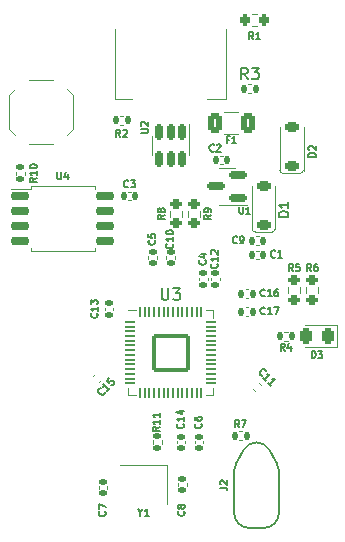
<source format=gto>
G04 #@! TF.GenerationSoftware,KiCad,Pcbnew,(7.0.0)*
G04 #@! TF.CreationDate,2023-03-16T13:51:01-07:00*
G04 #@! TF.ProjectId,OpenRectangle,4f70656e-5265-4637-9461-6e676c652e6b,rev?*
G04 #@! TF.SameCoordinates,Original*
G04 #@! TF.FileFunction,Legend,Top*
G04 #@! TF.FilePolarity,Positive*
%FSLAX46Y46*%
G04 Gerber Fmt 4.6, Leading zero omitted, Abs format (unit mm)*
G04 Created by KiCad (PCBNEW (7.0.0)) date 2023-03-16 13:51:01*
%MOMM*%
%LPD*%
G01*
G04 APERTURE LIST*
G04 Aperture macros list*
%AMRoundRect*
0 Rectangle with rounded corners*
0 $1 Rounding radius*
0 $2 $3 $4 $5 $6 $7 $8 $9 X,Y pos of 4 corners*
0 Add a 4 corners polygon primitive as box body*
4,1,4,$2,$3,$4,$5,$6,$7,$8,$9,$2,$3,0*
0 Add four circle primitives for the rounded corners*
1,1,$1+$1,$2,$3*
1,1,$1+$1,$4,$5*
1,1,$1+$1,$6,$7*
1,1,$1+$1,$8,$9*
0 Add four rect primitives between the rounded corners*
20,1,$1+$1,$2,$3,$4,$5,0*
20,1,$1+$1,$4,$5,$6,$7,0*
20,1,$1+$1,$6,$7,$8,$9,0*
20,1,$1+$1,$8,$9,$2,$3,0*%
G04 Aperture macros list end*
%ADD10C,0.150000*%
%ADD11C,0.120000*%
%ADD12C,0.200000*%
%ADD13C,3.800000*%
%ADD14C,1.750000*%
%ADD15C,3.987800*%
%ADD16R,1.100000X1.800000*%
%ADD17RoundRect,0.140000X0.170000X-0.140000X0.170000X0.140000X-0.170000X0.140000X-0.170000X-0.140000X0*%
%ADD18RoundRect,0.200000X-0.275000X0.200000X-0.275000X-0.200000X0.275000X-0.200000X0.275000X0.200000X0*%
%ADD19RoundRect,0.150000X0.587500X0.150000X-0.587500X0.150000X-0.587500X-0.150000X0.587500X-0.150000X0*%
%ADD20RoundRect,0.140000X0.140000X0.170000X-0.140000X0.170000X-0.140000X-0.170000X0.140000X-0.170000X0*%
%ADD21RoundRect,0.200000X0.275000X-0.200000X0.275000X0.200000X-0.275000X0.200000X-0.275000X-0.200000X0*%
%ADD22RoundRect,0.135000X-0.135000X-0.185000X0.135000X-0.185000X0.135000X0.185000X-0.135000X0.185000X0*%
%ADD23RoundRect,0.140000X-0.219203X-0.021213X-0.021213X-0.219203X0.219203X0.021213X0.021213X0.219203X0*%
%ADD24RoundRect,0.135000X0.135000X0.185000X-0.135000X0.185000X-0.135000X-0.185000X0.135000X-0.185000X0*%
%ADD25R,1.400000X1.200000*%
%ADD26RoundRect,0.140000X-0.021213X0.219203X-0.219203X0.021213X0.021213X-0.219203X0.219203X-0.021213X0*%
%ADD27RoundRect,0.250000X-0.375000X-0.625000X0.375000X-0.625000X0.375000X0.625000X-0.375000X0.625000X0*%
%ADD28RoundRect,0.225000X0.375000X-0.225000X0.375000X0.225000X-0.375000X0.225000X-0.375000X-0.225000X0*%
%ADD29RoundRect,0.200000X0.200000X0.275000X-0.200000X0.275000X-0.200000X-0.275000X0.200000X-0.275000X0*%
%ADD30RoundRect,0.140000X-0.140000X-0.170000X0.140000X-0.170000X0.140000X0.170000X-0.140000X0.170000X0*%
%ADD31RoundRect,0.243750X0.243750X0.456250X-0.243750X0.456250X-0.243750X-0.456250X0.243750X-0.456250X0*%
%ADD32RoundRect,0.135000X0.185000X-0.135000X0.185000X0.135000X-0.185000X0.135000X-0.185000X-0.135000X0*%
%ADD33RoundRect,0.140000X-0.170000X0.140000X-0.170000X-0.140000X0.170000X-0.140000X0.170000X0.140000X0*%
%ADD34RoundRect,0.135000X-0.185000X0.135000X-0.185000X-0.135000X0.185000X-0.135000X0.185000X0.135000X0*%
%ADD35C,0.990600*%
%ADD36C,0.787400*%
%ADD37RoundRect,0.050000X-0.387500X-0.050000X0.387500X-0.050000X0.387500X0.050000X-0.387500X0.050000X0*%
%ADD38RoundRect,0.050000X-0.050000X-0.387500X0.050000X-0.387500X0.050000X0.387500X-0.050000X0.387500X0*%
%ADD39RoundRect,0.144000X-1.456000X-1.456000X1.456000X-1.456000X1.456000X1.456000X-1.456000X1.456000X0*%
%ADD40RoundRect,0.150000X-0.150000X0.512500X-0.150000X-0.512500X0.150000X-0.512500X0.150000X0.512500X0*%
%ADD41C,0.650000*%
%ADD42R,0.300000X0.900000*%
%ADD43R,0.300000X0.700000*%
%ADD44O,0.800000X1.400000*%
%ADD45RoundRect,0.150000X-0.650000X-0.150000X0.650000X-0.150000X0.650000X0.150000X-0.650000X0.150000X0*%
%ADD46C,3.300000*%
G04 APERTURE END LIST*
D10*
X192348035Y-51581732D02*
X192376607Y-51610304D01*
X192376607Y-51610304D02*
X192405178Y-51696018D01*
X192405178Y-51696018D02*
X192405178Y-51753161D01*
X192405178Y-51753161D02*
X192376607Y-51838875D01*
X192376607Y-51838875D02*
X192319464Y-51896018D01*
X192319464Y-51896018D02*
X192262321Y-51924589D01*
X192262321Y-51924589D02*
X192148035Y-51953161D01*
X192148035Y-51953161D02*
X192062321Y-51953161D01*
X192062321Y-51953161D02*
X191948035Y-51924589D01*
X191948035Y-51924589D02*
X191890892Y-51896018D01*
X191890892Y-51896018D02*
X191833750Y-51838875D01*
X191833750Y-51838875D02*
X191805178Y-51753161D01*
X191805178Y-51753161D02*
X191805178Y-51696018D01*
X191805178Y-51696018D02*
X191833750Y-51610304D01*
X191833750Y-51610304D02*
X191862321Y-51581732D01*
X192405178Y-51010304D02*
X192405178Y-51353161D01*
X192405178Y-51181732D02*
X191805178Y-51181732D01*
X191805178Y-51181732D02*
X191890892Y-51238875D01*
X191890892Y-51238875D02*
X191948035Y-51296018D01*
X191948035Y-51296018D02*
X191976607Y-51353161D01*
X191805178Y-50810303D02*
X191805178Y-50438875D01*
X191805178Y-50438875D02*
X192033750Y-50638875D01*
X192033750Y-50638875D02*
X192033750Y-50553160D01*
X192033750Y-50553160D02*
X192062321Y-50496018D01*
X192062321Y-50496018D02*
X192090892Y-50467446D01*
X192090892Y-50467446D02*
X192148035Y-50438875D01*
X192148035Y-50438875D02*
X192290892Y-50438875D01*
X192290892Y-50438875D02*
X192348035Y-50467446D01*
X192348035Y-50467446D02*
X192376607Y-50496018D01*
X192376607Y-50496018D02*
X192405178Y-50553160D01*
X192405178Y-50553160D02*
X192405178Y-50724589D01*
X192405178Y-50724589D02*
X192376607Y-50781732D01*
X192376607Y-50781732D02*
X192348035Y-50810303D01*
X208940000Y-48000428D02*
X208740000Y-47714714D01*
X208597143Y-48000428D02*
X208597143Y-47400428D01*
X208597143Y-47400428D02*
X208825714Y-47400428D01*
X208825714Y-47400428D02*
X208882857Y-47429000D01*
X208882857Y-47429000D02*
X208911428Y-47457571D01*
X208911428Y-47457571D02*
X208940000Y-47514714D01*
X208940000Y-47514714D02*
X208940000Y-47600428D01*
X208940000Y-47600428D02*
X208911428Y-47657571D01*
X208911428Y-47657571D02*
X208882857Y-47686142D01*
X208882857Y-47686142D02*
X208825714Y-47714714D01*
X208825714Y-47714714D02*
X208597143Y-47714714D01*
X209482857Y-47400428D02*
X209197143Y-47400428D01*
X209197143Y-47400428D02*
X209168571Y-47686142D01*
X209168571Y-47686142D02*
X209197143Y-47657571D01*
X209197143Y-47657571D02*
X209254286Y-47629000D01*
X209254286Y-47629000D02*
X209397143Y-47629000D01*
X209397143Y-47629000D02*
X209454286Y-47657571D01*
X209454286Y-47657571D02*
X209482857Y-47686142D01*
X209482857Y-47686142D02*
X209511428Y-47743285D01*
X209511428Y-47743285D02*
X209511428Y-47886142D01*
X209511428Y-47886142D02*
X209482857Y-47943285D01*
X209482857Y-47943285D02*
X209454286Y-47971857D01*
X209454286Y-47971857D02*
X209397143Y-48000428D01*
X209397143Y-48000428D02*
X209254286Y-48000428D01*
X209254286Y-48000428D02*
X209197143Y-47971857D01*
X209197143Y-47971857D02*
X209168571Y-47943285D01*
X204395357Y-42540428D02*
X204395357Y-43026142D01*
X204395357Y-43026142D02*
X204423928Y-43083285D01*
X204423928Y-43083285D02*
X204452500Y-43111857D01*
X204452500Y-43111857D02*
X204509642Y-43140428D01*
X204509642Y-43140428D02*
X204623928Y-43140428D01*
X204623928Y-43140428D02*
X204681071Y-43111857D01*
X204681071Y-43111857D02*
X204709642Y-43083285D01*
X204709642Y-43083285D02*
X204738214Y-43026142D01*
X204738214Y-43026142D02*
X204738214Y-42540428D01*
X205338213Y-43140428D02*
X204995356Y-43140428D01*
X205166785Y-43140428D02*
X205166785Y-42540428D01*
X205166785Y-42540428D02*
X205109642Y-42626142D01*
X205109642Y-42626142D02*
X205052499Y-42683285D01*
X205052499Y-42683285D02*
X204995356Y-42711857D01*
X202240000Y-37813285D02*
X202211428Y-37841857D01*
X202211428Y-37841857D02*
X202125714Y-37870428D01*
X202125714Y-37870428D02*
X202068571Y-37870428D01*
X202068571Y-37870428D02*
X201982857Y-37841857D01*
X201982857Y-37841857D02*
X201925714Y-37784714D01*
X201925714Y-37784714D02*
X201897143Y-37727571D01*
X201897143Y-37727571D02*
X201868571Y-37613285D01*
X201868571Y-37613285D02*
X201868571Y-37527571D01*
X201868571Y-37527571D02*
X201897143Y-37413285D01*
X201897143Y-37413285D02*
X201925714Y-37356142D01*
X201925714Y-37356142D02*
X201982857Y-37299000D01*
X201982857Y-37299000D02*
X202068571Y-37270428D01*
X202068571Y-37270428D02*
X202125714Y-37270428D01*
X202125714Y-37270428D02*
X202211428Y-37299000D01*
X202211428Y-37299000D02*
X202240000Y-37327571D01*
X202468571Y-37327571D02*
X202497143Y-37299000D01*
X202497143Y-37299000D02*
X202554286Y-37270428D01*
X202554286Y-37270428D02*
X202697143Y-37270428D01*
X202697143Y-37270428D02*
X202754286Y-37299000D01*
X202754286Y-37299000D02*
X202782857Y-37327571D01*
X202782857Y-37327571D02*
X202811428Y-37384714D01*
X202811428Y-37384714D02*
X202811428Y-37441857D01*
X202811428Y-37441857D02*
X202782857Y-37527571D01*
X202782857Y-37527571D02*
X202440000Y-37870428D01*
X202440000Y-37870428D02*
X202811428Y-37870428D01*
X210480000Y-48000428D02*
X210280000Y-47714714D01*
X210137143Y-48000428D02*
X210137143Y-47400428D01*
X210137143Y-47400428D02*
X210365714Y-47400428D01*
X210365714Y-47400428D02*
X210422857Y-47429000D01*
X210422857Y-47429000D02*
X210451428Y-47457571D01*
X210451428Y-47457571D02*
X210480000Y-47514714D01*
X210480000Y-47514714D02*
X210480000Y-47600428D01*
X210480000Y-47600428D02*
X210451428Y-47657571D01*
X210451428Y-47657571D02*
X210422857Y-47686142D01*
X210422857Y-47686142D02*
X210365714Y-47714714D01*
X210365714Y-47714714D02*
X210137143Y-47714714D01*
X210994286Y-47400428D02*
X210880000Y-47400428D01*
X210880000Y-47400428D02*
X210822857Y-47429000D01*
X210822857Y-47429000D02*
X210794286Y-47457571D01*
X210794286Y-47457571D02*
X210737143Y-47543285D01*
X210737143Y-47543285D02*
X210708571Y-47657571D01*
X210708571Y-47657571D02*
X210708571Y-47886142D01*
X210708571Y-47886142D02*
X210737143Y-47943285D01*
X210737143Y-47943285D02*
X210765714Y-47971857D01*
X210765714Y-47971857D02*
X210822857Y-48000428D01*
X210822857Y-48000428D02*
X210937143Y-48000428D01*
X210937143Y-48000428D02*
X210994286Y-47971857D01*
X210994286Y-47971857D02*
X211022857Y-47943285D01*
X211022857Y-47943285D02*
X211051428Y-47886142D01*
X211051428Y-47886142D02*
X211051428Y-47743285D01*
X211051428Y-47743285D02*
X211022857Y-47686142D01*
X211022857Y-47686142D02*
X210994286Y-47657571D01*
X210994286Y-47657571D02*
X210937143Y-47629000D01*
X210937143Y-47629000D02*
X210822857Y-47629000D01*
X210822857Y-47629000D02*
X210765714Y-47657571D01*
X210765714Y-47657571D02*
X210737143Y-47686142D01*
X210737143Y-47686142D02*
X210708571Y-47743285D01*
X208230000Y-54730428D02*
X208030000Y-54444714D01*
X207887143Y-54730428D02*
X207887143Y-54130428D01*
X207887143Y-54130428D02*
X208115714Y-54130428D01*
X208115714Y-54130428D02*
X208172857Y-54159000D01*
X208172857Y-54159000D02*
X208201428Y-54187571D01*
X208201428Y-54187571D02*
X208230000Y-54244714D01*
X208230000Y-54244714D02*
X208230000Y-54330428D01*
X208230000Y-54330428D02*
X208201428Y-54387571D01*
X208201428Y-54387571D02*
X208172857Y-54416142D01*
X208172857Y-54416142D02*
X208115714Y-54444714D01*
X208115714Y-54444714D02*
X207887143Y-54444714D01*
X208744286Y-54330428D02*
X208744286Y-54730428D01*
X208601428Y-54101857D02*
X208458571Y-54530428D01*
X208458571Y-54530428D02*
X208830000Y-54530428D01*
X206318042Y-56838367D02*
X206277635Y-56838367D01*
X206277635Y-56838367D02*
X206196823Y-56797961D01*
X206196823Y-56797961D02*
X206156417Y-56757555D01*
X206156417Y-56757555D02*
X206116011Y-56676743D01*
X206116011Y-56676743D02*
X206116011Y-56595931D01*
X206116011Y-56595931D02*
X206136214Y-56535322D01*
X206136214Y-56535322D02*
X206196823Y-56434306D01*
X206196823Y-56434306D02*
X206257432Y-56373697D01*
X206257432Y-56373697D02*
X206358448Y-56313088D01*
X206358448Y-56313088D02*
X206419057Y-56292885D01*
X206419057Y-56292885D02*
X206499869Y-56292885D01*
X206499869Y-56292885D02*
X206580681Y-56333291D01*
X206580681Y-56333291D02*
X206621087Y-56373697D01*
X206621087Y-56373697D02*
X206661493Y-56454509D01*
X206661493Y-56454509D02*
X206661493Y-56494916D01*
X206681696Y-57282835D02*
X206439260Y-57040398D01*
X206560478Y-57161616D02*
X206984742Y-56737352D01*
X206984742Y-56737352D02*
X206883727Y-56757555D01*
X206883727Y-56757555D02*
X206802915Y-56757555D01*
X206802915Y-56757555D02*
X206742306Y-56737352D01*
X207085758Y-57686896D02*
X206843321Y-57444459D01*
X206964540Y-57565678D02*
X207388804Y-57141414D01*
X207388804Y-57141414D02*
X207287788Y-57161617D01*
X207287788Y-57161617D02*
X207206976Y-57161617D01*
X207206976Y-57161617D02*
X207146367Y-57141414D01*
X194330000Y-36620428D02*
X194130000Y-36334714D01*
X193987143Y-36620428D02*
X193987143Y-36020428D01*
X193987143Y-36020428D02*
X194215714Y-36020428D01*
X194215714Y-36020428D02*
X194272857Y-36049000D01*
X194272857Y-36049000D02*
X194301428Y-36077571D01*
X194301428Y-36077571D02*
X194330000Y-36134714D01*
X194330000Y-36134714D02*
X194330000Y-36220428D01*
X194330000Y-36220428D02*
X194301428Y-36277571D01*
X194301428Y-36277571D02*
X194272857Y-36306142D01*
X194272857Y-36306142D02*
X194215714Y-36334714D01*
X194215714Y-36334714D02*
X193987143Y-36334714D01*
X194558571Y-36077571D02*
X194587143Y-36049000D01*
X194587143Y-36049000D02*
X194644286Y-36020428D01*
X194644286Y-36020428D02*
X194787143Y-36020428D01*
X194787143Y-36020428D02*
X194844286Y-36049000D01*
X194844286Y-36049000D02*
X194872857Y-36077571D01*
X194872857Y-36077571D02*
X194901428Y-36134714D01*
X194901428Y-36134714D02*
X194901428Y-36191857D01*
X194901428Y-36191857D02*
X194872857Y-36277571D01*
X194872857Y-36277571D02*
X194530000Y-36620428D01*
X194530000Y-36620428D02*
X194901428Y-36620428D01*
X196008285Y-68423964D02*
X196008285Y-68709678D01*
X195808285Y-68109678D02*
X196008285Y-68423964D01*
X196008285Y-68423964D02*
X196208285Y-68109678D01*
X196722571Y-68709678D02*
X196379714Y-68709678D01*
X196551143Y-68709678D02*
X196551143Y-68109678D01*
X196551143Y-68109678D02*
X196494000Y-68195392D01*
X196494000Y-68195392D02*
X196436857Y-68252535D01*
X196436857Y-68252535D02*
X196379714Y-68281107D01*
X192991712Y-58246463D02*
X192991712Y-58286870D01*
X192991712Y-58286870D02*
X192951306Y-58367682D01*
X192951306Y-58367682D02*
X192910900Y-58408088D01*
X192910900Y-58408088D02*
X192830088Y-58448494D01*
X192830088Y-58448494D02*
X192749276Y-58448494D01*
X192749276Y-58448494D02*
X192688667Y-58428291D01*
X192688667Y-58428291D02*
X192587651Y-58367682D01*
X192587651Y-58367682D02*
X192527042Y-58307073D01*
X192527042Y-58307073D02*
X192466433Y-58206057D01*
X192466433Y-58206057D02*
X192446230Y-58145448D01*
X192446230Y-58145448D02*
X192446230Y-58064636D01*
X192446230Y-58064636D02*
X192486636Y-57983824D01*
X192486636Y-57983824D02*
X192527042Y-57943418D01*
X192527042Y-57943418D02*
X192607854Y-57903012D01*
X192607854Y-57903012D02*
X192648261Y-57903012D01*
X193436180Y-57882809D02*
X193193743Y-58125245D01*
X193314961Y-58004027D02*
X192890697Y-57579763D01*
X192890697Y-57579763D02*
X192910900Y-57680778D01*
X192910900Y-57680778D02*
X192910900Y-57761590D01*
X192910900Y-57761590D02*
X192890697Y-57822199D01*
X193395774Y-57074686D02*
X193193743Y-57276717D01*
X193193743Y-57276717D02*
X193375571Y-57498950D01*
X193375571Y-57498950D02*
X193375571Y-57458544D01*
X193375571Y-57458544D02*
X193395774Y-57397935D01*
X193395774Y-57397935D02*
X193496789Y-57296920D01*
X193496789Y-57296920D02*
X193557398Y-57276717D01*
X193557398Y-57276717D02*
X193597804Y-57276717D01*
X193597804Y-57276717D02*
X193658413Y-57296920D01*
X193658413Y-57296920D02*
X193759429Y-57397935D01*
X193759429Y-57397935D02*
X193779632Y-57458544D01*
X193779632Y-57458544D02*
X193779632Y-57498950D01*
X193779632Y-57498950D02*
X193759429Y-57559559D01*
X193759429Y-57559559D02*
X193658413Y-57660575D01*
X193658413Y-57660575D02*
X193597804Y-57680778D01*
X193597804Y-57680778D02*
X193557398Y-57680778D01*
X199723285Y-68339999D02*
X199751857Y-68368571D01*
X199751857Y-68368571D02*
X199780428Y-68454285D01*
X199780428Y-68454285D02*
X199780428Y-68511428D01*
X199780428Y-68511428D02*
X199751857Y-68597142D01*
X199751857Y-68597142D02*
X199694714Y-68654285D01*
X199694714Y-68654285D02*
X199637571Y-68682856D01*
X199637571Y-68682856D02*
X199523285Y-68711428D01*
X199523285Y-68711428D02*
X199437571Y-68711428D01*
X199437571Y-68711428D02*
X199323285Y-68682856D01*
X199323285Y-68682856D02*
X199266142Y-68654285D01*
X199266142Y-68654285D02*
X199209000Y-68597142D01*
X199209000Y-68597142D02*
X199180428Y-68511428D01*
X199180428Y-68511428D02*
X199180428Y-68454285D01*
X199180428Y-68454285D02*
X199209000Y-68368571D01*
X199209000Y-68368571D02*
X199237571Y-68339999D01*
X199437571Y-67997142D02*
X199409000Y-68054285D01*
X199409000Y-68054285D02*
X199380428Y-68082856D01*
X199380428Y-68082856D02*
X199323285Y-68111428D01*
X199323285Y-68111428D02*
X199294714Y-68111428D01*
X199294714Y-68111428D02*
X199237571Y-68082856D01*
X199237571Y-68082856D02*
X199209000Y-68054285D01*
X199209000Y-68054285D02*
X199180428Y-67997142D01*
X199180428Y-67997142D02*
X199180428Y-67882856D01*
X199180428Y-67882856D02*
X199209000Y-67825714D01*
X199209000Y-67825714D02*
X199237571Y-67797142D01*
X199237571Y-67797142D02*
X199294714Y-67768571D01*
X199294714Y-67768571D02*
X199323285Y-67768571D01*
X199323285Y-67768571D02*
X199380428Y-67797142D01*
X199380428Y-67797142D02*
X199409000Y-67825714D01*
X199409000Y-67825714D02*
X199437571Y-67882856D01*
X199437571Y-67882856D02*
X199437571Y-67997142D01*
X199437571Y-67997142D02*
X199466142Y-68054285D01*
X199466142Y-68054285D02*
X199494714Y-68082856D01*
X199494714Y-68082856D02*
X199551857Y-68111428D01*
X199551857Y-68111428D02*
X199666142Y-68111428D01*
X199666142Y-68111428D02*
X199723285Y-68082856D01*
X199723285Y-68082856D02*
X199751857Y-68054285D01*
X199751857Y-68054285D02*
X199780428Y-67997142D01*
X199780428Y-67997142D02*
X199780428Y-67882856D01*
X199780428Y-67882856D02*
X199751857Y-67825714D01*
X199751857Y-67825714D02*
X199723285Y-67797142D01*
X199723285Y-67797142D02*
X199666142Y-67768571D01*
X199666142Y-67768571D02*
X199551857Y-67768571D01*
X199551857Y-67768571D02*
X199494714Y-67797142D01*
X199494714Y-67797142D02*
X199466142Y-67825714D01*
X199466142Y-67825714D02*
X199437571Y-67882856D01*
X203510000Y-36876142D02*
X203310000Y-36876142D01*
X203310000Y-37190428D02*
X203310000Y-36590428D01*
X203310000Y-36590428D02*
X203595714Y-36590428D01*
X204138571Y-37190428D02*
X203795714Y-37190428D01*
X203967143Y-37190428D02*
X203967143Y-36590428D01*
X203967143Y-36590428D02*
X203910000Y-36676142D01*
X203910000Y-36676142D02*
X203852857Y-36733285D01*
X203852857Y-36733285D02*
X203795714Y-36761857D01*
X210850428Y-38322856D02*
X210250428Y-38322856D01*
X210250428Y-38322856D02*
X210250428Y-38179999D01*
X210250428Y-38179999D02*
X210279000Y-38094285D01*
X210279000Y-38094285D02*
X210336142Y-38037142D01*
X210336142Y-38037142D02*
X210393285Y-38008571D01*
X210393285Y-38008571D02*
X210507571Y-37979999D01*
X210507571Y-37979999D02*
X210593285Y-37979999D01*
X210593285Y-37979999D02*
X210707571Y-38008571D01*
X210707571Y-38008571D02*
X210764714Y-38037142D01*
X210764714Y-38037142D02*
X210821857Y-38094285D01*
X210821857Y-38094285D02*
X210850428Y-38179999D01*
X210850428Y-38179999D02*
X210850428Y-38322856D01*
X210307571Y-37751428D02*
X210279000Y-37722856D01*
X210279000Y-37722856D02*
X210250428Y-37665714D01*
X210250428Y-37665714D02*
X210250428Y-37522856D01*
X210250428Y-37522856D02*
X210279000Y-37465714D01*
X210279000Y-37465714D02*
X210307571Y-37437142D01*
X210307571Y-37437142D02*
X210364714Y-37408571D01*
X210364714Y-37408571D02*
X210421857Y-37408571D01*
X210421857Y-37408571D02*
X210507571Y-37437142D01*
X210507571Y-37437142D02*
X210850428Y-37779999D01*
X210850428Y-37779999D02*
X210850428Y-37408571D01*
X205595000Y-28370428D02*
X205395000Y-28084714D01*
X205252143Y-28370428D02*
X205252143Y-27770428D01*
X205252143Y-27770428D02*
X205480714Y-27770428D01*
X205480714Y-27770428D02*
X205537857Y-27799000D01*
X205537857Y-27799000D02*
X205566428Y-27827571D01*
X205566428Y-27827571D02*
X205595000Y-27884714D01*
X205595000Y-27884714D02*
X205595000Y-27970428D01*
X205595000Y-27970428D02*
X205566428Y-28027571D01*
X205566428Y-28027571D02*
X205537857Y-28056142D01*
X205537857Y-28056142D02*
X205480714Y-28084714D01*
X205480714Y-28084714D02*
X205252143Y-28084714D01*
X206166428Y-28370428D02*
X205823571Y-28370428D01*
X205995000Y-28370428D02*
X205995000Y-27770428D01*
X205995000Y-27770428D02*
X205937857Y-27856142D01*
X205937857Y-27856142D02*
X205880714Y-27913285D01*
X205880714Y-27913285D02*
X205823571Y-27941857D01*
X204190000Y-45588285D02*
X204161428Y-45616857D01*
X204161428Y-45616857D02*
X204075714Y-45645428D01*
X204075714Y-45645428D02*
X204018571Y-45645428D01*
X204018571Y-45645428D02*
X203932857Y-45616857D01*
X203932857Y-45616857D02*
X203875714Y-45559714D01*
X203875714Y-45559714D02*
X203847143Y-45502571D01*
X203847143Y-45502571D02*
X203818571Y-45388285D01*
X203818571Y-45388285D02*
X203818571Y-45302571D01*
X203818571Y-45302571D02*
X203847143Y-45188285D01*
X203847143Y-45188285D02*
X203875714Y-45131142D01*
X203875714Y-45131142D02*
X203932857Y-45074000D01*
X203932857Y-45074000D02*
X204018571Y-45045428D01*
X204018571Y-45045428D02*
X204075714Y-45045428D01*
X204075714Y-45045428D02*
X204161428Y-45074000D01*
X204161428Y-45074000D02*
X204190000Y-45102571D01*
X204475714Y-45645428D02*
X204590000Y-45645428D01*
X204590000Y-45645428D02*
X204647143Y-45616857D01*
X204647143Y-45616857D02*
X204675714Y-45588285D01*
X204675714Y-45588285D02*
X204732857Y-45502571D01*
X204732857Y-45502571D02*
X204761428Y-45388285D01*
X204761428Y-45388285D02*
X204761428Y-45159714D01*
X204761428Y-45159714D02*
X204732857Y-45102571D01*
X204732857Y-45102571D02*
X204704286Y-45074000D01*
X204704286Y-45074000D02*
X204647143Y-45045428D01*
X204647143Y-45045428D02*
X204532857Y-45045428D01*
X204532857Y-45045428D02*
X204475714Y-45074000D01*
X204475714Y-45074000D02*
X204447143Y-45102571D01*
X204447143Y-45102571D02*
X204418571Y-45159714D01*
X204418571Y-45159714D02*
X204418571Y-45302571D01*
X204418571Y-45302571D02*
X204447143Y-45359714D01*
X204447143Y-45359714D02*
X204475714Y-45388285D01*
X204475714Y-45388285D02*
X204532857Y-45416857D01*
X204532857Y-45416857D02*
X204647143Y-45416857D01*
X204647143Y-45416857D02*
X204704286Y-45388285D01*
X204704286Y-45388285D02*
X204732857Y-45359714D01*
X204732857Y-45359714D02*
X204761428Y-45302571D01*
X207430000Y-46788285D02*
X207401428Y-46816857D01*
X207401428Y-46816857D02*
X207315714Y-46845428D01*
X207315714Y-46845428D02*
X207258571Y-46845428D01*
X207258571Y-46845428D02*
X207172857Y-46816857D01*
X207172857Y-46816857D02*
X207115714Y-46759714D01*
X207115714Y-46759714D02*
X207087143Y-46702571D01*
X207087143Y-46702571D02*
X207058571Y-46588285D01*
X207058571Y-46588285D02*
X207058571Y-46502571D01*
X207058571Y-46502571D02*
X207087143Y-46388285D01*
X207087143Y-46388285D02*
X207115714Y-46331142D01*
X207115714Y-46331142D02*
X207172857Y-46274000D01*
X207172857Y-46274000D02*
X207258571Y-46245428D01*
X207258571Y-46245428D02*
X207315714Y-46245428D01*
X207315714Y-46245428D02*
X207401428Y-46274000D01*
X207401428Y-46274000D02*
X207430000Y-46302571D01*
X208001428Y-46845428D02*
X207658571Y-46845428D01*
X207830000Y-46845428D02*
X207830000Y-46245428D01*
X207830000Y-46245428D02*
X207772857Y-46331142D01*
X207772857Y-46331142D02*
X207715714Y-46388285D01*
X207715714Y-46388285D02*
X207658571Y-46416857D01*
X210514643Y-55370428D02*
X210514643Y-54770428D01*
X210514643Y-54770428D02*
X210657500Y-54770428D01*
X210657500Y-54770428D02*
X210743214Y-54799000D01*
X210743214Y-54799000D02*
X210800357Y-54856142D01*
X210800357Y-54856142D02*
X210828928Y-54913285D01*
X210828928Y-54913285D02*
X210857500Y-55027571D01*
X210857500Y-55027571D02*
X210857500Y-55113285D01*
X210857500Y-55113285D02*
X210828928Y-55227571D01*
X210828928Y-55227571D02*
X210800357Y-55284714D01*
X210800357Y-55284714D02*
X210743214Y-55341857D01*
X210743214Y-55341857D02*
X210657500Y-55370428D01*
X210657500Y-55370428D02*
X210514643Y-55370428D01*
X211057500Y-54770428D02*
X211428928Y-54770428D01*
X211428928Y-54770428D02*
X211228928Y-54999000D01*
X211228928Y-54999000D02*
X211314643Y-54999000D01*
X211314643Y-54999000D02*
X211371786Y-55027571D01*
X211371786Y-55027571D02*
X211400357Y-55056142D01*
X211400357Y-55056142D02*
X211428928Y-55113285D01*
X211428928Y-55113285D02*
X211428928Y-55256142D01*
X211428928Y-55256142D02*
X211400357Y-55313285D01*
X211400357Y-55313285D02*
X211371786Y-55341857D01*
X211371786Y-55341857D02*
X211314643Y-55370428D01*
X211314643Y-55370428D02*
X211143214Y-55370428D01*
X211143214Y-55370428D02*
X211086071Y-55341857D01*
X211086071Y-55341857D02*
X211057500Y-55313285D01*
X201513285Y-47079999D02*
X201541857Y-47108571D01*
X201541857Y-47108571D02*
X201570428Y-47194285D01*
X201570428Y-47194285D02*
X201570428Y-47251428D01*
X201570428Y-47251428D02*
X201541857Y-47337142D01*
X201541857Y-47337142D02*
X201484714Y-47394285D01*
X201484714Y-47394285D02*
X201427571Y-47422856D01*
X201427571Y-47422856D02*
X201313285Y-47451428D01*
X201313285Y-47451428D02*
X201227571Y-47451428D01*
X201227571Y-47451428D02*
X201113285Y-47422856D01*
X201113285Y-47422856D02*
X201056142Y-47394285D01*
X201056142Y-47394285D02*
X200999000Y-47337142D01*
X200999000Y-47337142D02*
X200970428Y-47251428D01*
X200970428Y-47251428D02*
X200970428Y-47194285D01*
X200970428Y-47194285D02*
X200999000Y-47108571D01*
X200999000Y-47108571D02*
X201027571Y-47079999D01*
X201170428Y-46565714D02*
X201570428Y-46565714D01*
X200941857Y-46708571D02*
X201370428Y-46851428D01*
X201370428Y-46851428D02*
X201370428Y-46479999D01*
X197660428Y-61185714D02*
X197374714Y-61385714D01*
X197660428Y-61528571D02*
X197060428Y-61528571D01*
X197060428Y-61528571D02*
X197060428Y-61300000D01*
X197060428Y-61300000D02*
X197089000Y-61242857D01*
X197089000Y-61242857D02*
X197117571Y-61214286D01*
X197117571Y-61214286D02*
X197174714Y-61185714D01*
X197174714Y-61185714D02*
X197260428Y-61185714D01*
X197260428Y-61185714D02*
X197317571Y-61214286D01*
X197317571Y-61214286D02*
X197346142Y-61242857D01*
X197346142Y-61242857D02*
X197374714Y-61300000D01*
X197374714Y-61300000D02*
X197374714Y-61528571D01*
X197660428Y-60614286D02*
X197660428Y-60957143D01*
X197660428Y-60785714D02*
X197060428Y-60785714D01*
X197060428Y-60785714D02*
X197146142Y-60842857D01*
X197146142Y-60842857D02*
X197203285Y-60900000D01*
X197203285Y-60900000D02*
X197231857Y-60957143D01*
X197660428Y-60042857D02*
X197660428Y-60385714D01*
X197660428Y-60214285D02*
X197060428Y-60214285D01*
X197060428Y-60214285D02*
X197146142Y-60271428D01*
X197146142Y-60271428D02*
X197203285Y-60328571D01*
X197203285Y-60328571D02*
X197231857Y-60385714D01*
X201143285Y-60899999D02*
X201171857Y-60928571D01*
X201171857Y-60928571D02*
X201200428Y-61014285D01*
X201200428Y-61014285D02*
X201200428Y-61071428D01*
X201200428Y-61071428D02*
X201171857Y-61157142D01*
X201171857Y-61157142D02*
X201114714Y-61214285D01*
X201114714Y-61214285D02*
X201057571Y-61242856D01*
X201057571Y-61242856D02*
X200943285Y-61271428D01*
X200943285Y-61271428D02*
X200857571Y-61271428D01*
X200857571Y-61271428D02*
X200743285Y-61242856D01*
X200743285Y-61242856D02*
X200686142Y-61214285D01*
X200686142Y-61214285D02*
X200629000Y-61157142D01*
X200629000Y-61157142D02*
X200600428Y-61071428D01*
X200600428Y-61071428D02*
X200600428Y-61014285D01*
X200600428Y-61014285D02*
X200629000Y-60928571D01*
X200629000Y-60928571D02*
X200657571Y-60899999D01*
X200600428Y-60385714D02*
X200600428Y-60499999D01*
X200600428Y-60499999D02*
X200629000Y-60557142D01*
X200629000Y-60557142D02*
X200657571Y-60585714D01*
X200657571Y-60585714D02*
X200743285Y-60642856D01*
X200743285Y-60642856D02*
X200857571Y-60671428D01*
X200857571Y-60671428D02*
X201086142Y-60671428D01*
X201086142Y-60671428D02*
X201143285Y-60642856D01*
X201143285Y-60642856D02*
X201171857Y-60614285D01*
X201171857Y-60614285D02*
X201200428Y-60557142D01*
X201200428Y-60557142D02*
X201200428Y-60442856D01*
X201200428Y-60442856D02*
X201171857Y-60385714D01*
X201171857Y-60385714D02*
X201143285Y-60357142D01*
X201143285Y-60357142D02*
X201086142Y-60328571D01*
X201086142Y-60328571D02*
X200943285Y-60328571D01*
X200943285Y-60328571D02*
X200886142Y-60357142D01*
X200886142Y-60357142D02*
X200857571Y-60385714D01*
X200857571Y-60385714D02*
X200829000Y-60442856D01*
X200829000Y-60442856D02*
X200829000Y-60557142D01*
X200829000Y-60557142D02*
X200857571Y-60614285D01*
X200857571Y-60614285D02*
X200886142Y-60642856D01*
X200886142Y-60642856D02*
X200943285Y-60671428D01*
X206554285Y-50083285D02*
X206525713Y-50111857D01*
X206525713Y-50111857D02*
X206439999Y-50140428D01*
X206439999Y-50140428D02*
X206382856Y-50140428D01*
X206382856Y-50140428D02*
X206297142Y-50111857D01*
X206297142Y-50111857D02*
X206239999Y-50054714D01*
X206239999Y-50054714D02*
X206211428Y-49997571D01*
X206211428Y-49997571D02*
X206182856Y-49883285D01*
X206182856Y-49883285D02*
X206182856Y-49797571D01*
X206182856Y-49797571D02*
X206211428Y-49683285D01*
X206211428Y-49683285D02*
X206239999Y-49626142D01*
X206239999Y-49626142D02*
X206297142Y-49569000D01*
X206297142Y-49569000D02*
X206382856Y-49540428D01*
X206382856Y-49540428D02*
X206439999Y-49540428D01*
X206439999Y-49540428D02*
X206525713Y-49569000D01*
X206525713Y-49569000D02*
X206554285Y-49597571D01*
X207125713Y-50140428D02*
X206782856Y-50140428D01*
X206954285Y-50140428D02*
X206954285Y-49540428D01*
X206954285Y-49540428D02*
X206897142Y-49626142D01*
X206897142Y-49626142D02*
X206839999Y-49683285D01*
X206839999Y-49683285D02*
X206782856Y-49711857D01*
X207640000Y-49540428D02*
X207525714Y-49540428D01*
X207525714Y-49540428D02*
X207468571Y-49569000D01*
X207468571Y-49569000D02*
X207440000Y-49597571D01*
X207440000Y-49597571D02*
X207382857Y-49683285D01*
X207382857Y-49683285D02*
X207354285Y-49797571D01*
X207354285Y-49797571D02*
X207354285Y-50026142D01*
X207354285Y-50026142D02*
X207382857Y-50083285D01*
X207382857Y-50083285D02*
X207411428Y-50111857D01*
X207411428Y-50111857D02*
X207468571Y-50140428D01*
X207468571Y-50140428D02*
X207582857Y-50140428D01*
X207582857Y-50140428D02*
X207640000Y-50111857D01*
X207640000Y-50111857D02*
X207668571Y-50083285D01*
X207668571Y-50083285D02*
X207697142Y-50026142D01*
X207697142Y-50026142D02*
X207697142Y-49883285D01*
X207697142Y-49883285D02*
X207668571Y-49826142D01*
X207668571Y-49826142D02*
X207640000Y-49797571D01*
X207640000Y-49797571D02*
X207582857Y-49769000D01*
X207582857Y-49769000D02*
X207468571Y-49769000D01*
X207468571Y-49769000D02*
X207411428Y-49797571D01*
X207411428Y-49797571D02*
X207382857Y-49826142D01*
X207382857Y-49826142D02*
X207354285Y-49883285D01*
X202513285Y-47365714D02*
X202541857Y-47394286D01*
X202541857Y-47394286D02*
X202570428Y-47480000D01*
X202570428Y-47480000D02*
X202570428Y-47537143D01*
X202570428Y-47537143D02*
X202541857Y-47622857D01*
X202541857Y-47622857D02*
X202484714Y-47680000D01*
X202484714Y-47680000D02*
X202427571Y-47708571D01*
X202427571Y-47708571D02*
X202313285Y-47737143D01*
X202313285Y-47737143D02*
X202227571Y-47737143D01*
X202227571Y-47737143D02*
X202113285Y-47708571D01*
X202113285Y-47708571D02*
X202056142Y-47680000D01*
X202056142Y-47680000D02*
X201999000Y-47622857D01*
X201999000Y-47622857D02*
X201970428Y-47537143D01*
X201970428Y-47537143D02*
X201970428Y-47480000D01*
X201970428Y-47480000D02*
X201999000Y-47394286D01*
X201999000Y-47394286D02*
X202027571Y-47365714D01*
X202570428Y-46794286D02*
X202570428Y-47137143D01*
X202570428Y-46965714D02*
X201970428Y-46965714D01*
X201970428Y-46965714D02*
X202056142Y-47022857D01*
X202056142Y-47022857D02*
X202113285Y-47080000D01*
X202113285Y-47080000D02*
X202141857Y-47137143D01*
X202027571Y-46565714D02*
X201999000Y-46537142D01*
X201999000Y-46537142D02*
X201970428Y-46480000D01*
X201970428Y-46480000D02*
X201970428Y-46337142D01*
X201970428Y-46337142D02*
X201999000Y-46280000D01*
X201999000Y-46280000D02*
X202027571Y-46251428D01*
X202027571Y-46251428D02*
X202084714Y-46222857D01*
X202084714Y-46222857D02*
X202141857Y-46222857D01*
X202141857Y-46222857D02*
X202227571Y-46251428D01*
X202227571Y-46251428D02*
X202570428Y-46594285D01*
X202570428Y-46594285D02*
X202570428Y-46222857D01*
X195000000Y-40843285D02*
X194971428Y-40871857D01*
X194971428Y-40871857D02*
X194885714Y-40900428D01*
X194885714Y-40900428D02*
X194828571Y-40900428D01*
X194828571Y-40900428D02*
X194742857Y-40871857D01*
X194742857Y-40871857D02*
X194685714Y-40814714D01*
X194685714Y-40814714D02*
X194657143Y-40757571D01*
X194657143Y-40757571D02*
X194628571Y-40643285D01*
X194628571Y-40643285D02*
X194628571Y-40557571D01*
X194628571Y-40557571D02*
X194657143Y-40443285D01*
X194657143Y-40443285D02*
X194685714Y-40386142D01*
X194685714Y-40386142D02*
X194742857Y-40329000D01*
X194742857Y-40329000D02*
X194828571Y-40300428D01*
X194828571Y-40300428D02*
X194885714Y-40300428D01*
X194885714Y-40300428D02*
X194971428Y-40329000D01*
X194971428Y-40329000D02*
X195000000Y-40357571D01*
X195200000Y-40300428D02*
X195571428Y-40300428D01*
X195571428Y-40300428D02*
X195371428Y-40529000D01*
X195371428Y-40529000D02*
X195457143Y-40529000D01*
X195457143Y-40529000D02*
X195514286Y-40557571D01*
X195514286Y-40557571D02*
X195542857Y-40586142D01*
X195542857Y-40586142D02*
X195571428Y-40643285D01*
X195571428Y-40643285D02*
X195571428Y-40786142D01*
X195571428Y-40786142D02*
X195542857Y-40843285D01*
X195542857Y-40843285D02*
X195514286Y-40871857D01*
X195514286Y-40871857D02*
X195457143Y-40900428D01*
X195457143Y-40900428D02*
X195285714Y-40900428D01*
X195285714Y-40900428D02*
X195228571Y-40871857D01*
X195228571Y-40871857D02*
X195200000Y-40843285D01*
X193033285Y-68349999D02*
X193061857Y-68378571D01*
X193061857Y-68378571D02*
X193090428Y-68464285D01*
X193090428Y-68464285D02*
X193090428Y-68521428D01*
X193090428Y-68521428D02*
X193061857Y-68607142D01*
X193061857Y-68607142D02*
X193004714Y-68664285D01*
X193004714Y-68664285D02*
X192947571Y-68692856D01*
X192947571Y-68692856D02*
X192833285Y-68721428D01*
X192833285Y-68721428D02*
X192747571Y-68721428D01*
X192747571Y-68721428D02*
X192633285Y-68692856D01*
X192633285Y-68692856D02*
X192576142Y-68664285D01*
X192576142Y-68664285D02*
X192519000Y-68607142D01*
X192519000Y-68607142D02*
X192490428Y-68521428D01*
X192490428Y-68521428D02*
X192490428Y-68464285D01*
X192490428Y-68464285D02*
X192519000Y-68378571D01*
X192519000Y-68378571D02*
X192547571Y-68349999D01*
X192490428Y-68149999D02*
X192490428Y-67749999D01*
X192490428Y-67749999D02*
X193090428Y-68007142D01*
X201990428Y-43239999D02*
X201704714Y-43439999D01*
X201990428Y-43582856D02*
X201390428Y-43582856D01*
X201390428Y-43582856D02*
X201390428Y-43354285D01*
X201390428Y-43354285D02*
X201419000Y-43297142D01*
X201419000Y-43297142D02*
X201447571Y-43268571D01*
X201447571Y-43268571D02*
X201504714Y-43239999D01*
X201504714Y-43239999D02*
X201590428Y-43239999D01*
X201590428Y-43239999D02*
X201647571Y-43268571D01*
X201647571Y-43268571D02*
X201676142Y-43297142D01*
X201676142Y-43297142D02*
X201704714Y-43354285D01*
X201704714Y-43354285D02*
X201704714Y-43582856D01*
X201990428Y-42954285D02*
X201990428Y-42839999D01*
X201990428Y-42839999D02*
X201961857Y-42782856D01*
X201961857Y-42782856D02*
X201933285Y-42754285D01*
X201933285Y-42754285D02*
X201847571Y-42697142D01*
X201847571Y-42697142D02*
X201733285Y-42668571D01*
X201733285Y-42668571D02*
X201504714Y-42668571D01*
X201504714Y-42668571D02*
X201447571Y-42697142D01*
X201447571Y-42697142D02*
X201419000Y-42725714D01*
X201419000Y-42725714D02*
X201390428Y-42782856D01*
X201390428Y-42782856D02*
X201390428Y-42897142D01*
X201390428Y-42897142D02*
X201419000Y-42954285D01*
X201419000Y-42954285D02*
X201447571Y-42982856D01*
X201447571Y-42982856D02*
X201504714Y-43011428D01*
X201504714Y-43011428D02*
X201647571Y-43011428D01*
X201647571Y-43011428D02*
X201704714Y-42982856D01*
X201704714Y-42982856D02*
X201733285Y-42954285D01*
X201733285Y-42954285D02*
X201761857Y-42897142D01*
X201761857Y-42897142D02*
X201761857Y-42782856D01*
X201761857Y-42782856D02*
X201733285Y-42725714D01*
X201733285Y-42725714D02*
X201704714Y-42697142D01*
X201704714Y-42697142D02*
X201647571Y-42668571D01*
X187240428Y-40105714D02*
X186954714Y-40305714D01*
X187240428Y-40448571D02*
X186640428Y-40448571D01*
X186640428Y-40448571D02*
X186640428Y-40220000D01*
X186640428Y-40220000D02*
X186669000Y-40162857D01*
X186669000Y-40162857D02*
X186697571Y-40134286D01*
X186697571Y-40134286D02*
X186754714Y-40105714D01*
X186754714Y-40105714D02*
X186840428Y-40105714D01*
X186840428Y-40105714D02*
X186897571Y-40134286D01*
X186897571Y-40134286D02*
X186926142Y-40162857D01*
X186926142Y-40162857D02*
X186954714Y-40220000D01*
X186954714Y-40220000D02*
X186954714Y-40448571D01*
X187240428Y-39534286D02*
X187240428Y-39877143D01*
X187240428Y-39705714D02*
X186640428Y-39705714D01*
X186640428Y-39705714D02*
X186726142Y-39762857D01*
X186726142Y-39762857D02*
X186783285Y-39820000D01*
X186783285Y-39820000D02*
X186811857Y-39877143D01*
X186640428Y-39162857D02*
X186640428Y-39105714D01*
X186640428Y-39105714D02*
X186669000Y-39048571D01*
X186669000Y-39048571D02*
X186697571Y-39020000D01*
X186697571Y-39020000D02*
X186754714Y-38991428D01*
X186754714Y-38991428D02*
X186869000Y-38962857D01*
X186869000Y-38962857D02*
X187011857Y-38962857D01*
X187011857Y-38962857D02*
X187126142Y-38991428D01*
X187126142Y-38991428D02*
X187183285Y-39020000D01*
X187183285Y-39020000D02*
X187211857Y-39048571D01*
X187211857Y-39048571D02*
X187240428Y-39105714D01*
X187240428Y-39105714D02*
X187240428Y-39162857D01*
X187240428Y-39162857D02*
X187211857Y-39220000D01*
X187211857Y-39220000D02*
X187183285Y-39248571D01*
X187183285Y-39248571D02*
X187126142Y-39277142D01*
X187126142Y-39277142D02*
X187011857Y-39305714D01*
X187011857Y-39305714D02*
X186869000Y-39305714D01*
X186869000Y-39305714D02*
X186754714Y-39277142D01*
X186754714Y-39277142D02*
X186697571Y-39248571D01*
X186697571Y-39248571D02*
X186669000Y-39220000D01*
X186669000Y-39220000D02*
X186640428Y-39162857D01*
X198090428Y-43239999D02*
X197804714Y-43439999D01*
X198090428Y-43582856D02*
X197490428Y-43582856D01*
X197490428Y-43582856D02*
X197490428Y-43354285D01*
X197490428Y-43354285D02*
X197519000Y-43297142D01*
X197519000Y-43297142D02*
X197547571Y-43268571D01*
X197547571Y-43268571D02*
X197604714Y-43239999D01*
X197604714Y-43239999D02*
X197690428Y-43239999D01*
X197690428Y-43239999D02*
X197747571Y-43268571D01*
X197747571Y-43268571D02*
X197776142Y-43297142D01*
X197776142Y-43297142D02*
X197804714Y-43354285D01*
X197804714Y-43354285D02*
X197804714Y-43582856D01*
X197747571Y-42897142D02*
X197719000Y-42954285D01*
X197719000Y-42954285D02*
X197690428Y-42982856D01*
X197690428Y-42982856D02*
X197633285Y-43011428D01*
X197633285Y-43011428D02*
X197604714Y-43011428D01*
X197604714Y-43011428D02*
X197547571Y-42982856D01*
X197547571Y-42982856D02*
X197519000Y-42954285D01*
X197519000Y-42954285D02*
X197490428Y-42897142D01*
X197490428Y-42897142D02*
X197490428Y-42782856D01*
X197490428Y-42782856D02*
X197519000Y-42725714D01*
X197519000Y-42725714D02*
X197547571Y-42697142D01*
X197547571Y-42697142D02*
X197604714Y-42668571D01*
X197604714Y-42668571D02*
X197633285Y-42668571D01*
X197633285Y-42668571D02*
X197690428Y-42697142D01*
X197690428Y-42697142D02*
X197719000Y-42725714D01*
X197719000Y-42725714D02*
X197747571Y-42782856D01*
X197747571Y-42782856D02*
X197747571Y-42897142D01*
X197747571Y-42897142D02*
X197776142Y-42954285D01*
X197776142Y-42954285D02*
X197804714Y-42982856D01*
X197804714Y-42982856D02*
X197861857Y-43011428D01*
X197861857Y-43011428D02*
X197976142Y-43011428D01*
X197976142Y-43011428D02*
X198033285Y-42982856D01*
X198033285Y-42982856D02*
X198061857Y-42954285D01*
X198061857Y-42954285D02*
X198090428Y-42897142D01*
X198090428Y-42897142D02*
X198090428Y-42782856D01*
X198090428Y-42782856D02*
X198061857Y-42725714D01*
X198061857Y-42725714D02*
X198033285Y-42697142D01*
X198033285Y-42697142D02*
X197976142Y-42668571D01*
X197976142Y-42668571D02*
X197861857Y-42668571D01*
X197861857Y-42668571D02*
X197804714Y-42697142D01*
X197804714Y-42697142D02*
X197776142Y-42725714D01*
X197776142Y-42725714D02*
X197747571Y-42782856D01*
X198743285Y-45685714D02*
X198771857Y-45714286D01*
X198771857Y-45714286D02*
X198800428Y-45800000D01*
X198800428Y-45800000D02*
X198800428Y-45857143D01*
X198800428Y-45857143D02*
X198771857Y-45942857D01*
X198771857Y-45942857D02*
X198714714Y-46000000D01*
X198714714Y-46000000D02*
X198657571Y-46028571D01*
X198657571Y-46028571D02*
X198543285Y-46057143D01*
X198543285Y-46057143D02*
X198457571Y-46057143D01*
X198457571Y-46057143D02*
X198343285Y-46028571D01*
X198343285Y-46028571D02*
X198286142Y-46000000D01*
X198286142Y-46000000D02*
X198229000Y-45942857D01*
X198229000Y-45942857D02*
X198200428Y-45857143D01*
X198200428Y-45857143D02*
X198200428Y-45800000D01*
X198200428Y-45800000D02*
X198229000Y-45714286D01*
X198229000Y-45714286D02*
X198257571Y-45685714D01*
X198800428Y-45114286D02*
X198800428Y-45457143D01*
X198800428Y-45285714D02*
X198200428Y-45285714D01*
X198200428Y-45285714D02*
X198286142Y-45342857D01*
X198286142Y-45342857D02*
X198343285Y-45400000D01*
X198343285Y-45400000D02*
X198371857Y-45457143D01*
X198200428Y-44742857D02*
X198200428Y-44685714D01*
X198200428Y-44685714D02*
X198229000Y-44628571D01*
X198229000Y-44628571D02*
X198257571Y-44600000D01*
X198257571Y-44600000D02*
X198314714Y-44571428D01*
X198314714Y-44571428D02*
X198429000Y-44542857D01*
X198429000Y-44542857D02*
X198571857Y-44542857D01*
X198571857Y-44542857D02*
X198686142Y-44571428D01*
X198686142Y-44571428D02*
X198743285Y-44600000D01*
X198743285Y-44600000D02*
X198771857Y-44628571D01*
X198771857Y-44628571D02*
X198800428Y-44685714D01*
X198800428Y-44685714D02*
X198800428Y-44742857D01*
X198800428Y-44742857D02*
X198771857Y-44800000D01*
X198771857Y-44800000D02*
X198743285Y-44828571D01*
X198743285Y-44828571D02*
X198686142Y-44857142D01*
X198686142Y-44857142D02*
X198571857Y-44885714D01*
X198571857Y-44885714D02*
X198429000Y-44885714D01*
X198429000Y-44885714D02*
X198314714Y-44857142D01*
X198314714Y-44857142D02*
X198257571Y-44828571D01*
X198257571Y-44828571D02*
X198229000Y-44800000D01*
X198229000Y-44800000D02*
X198200428Y-44742857D01*
X202770428Y-66320000D02*
X203199000Y-66320000D01*
X203199000Y-66320000D02*
X203284714Y-66348571D01*
X203284714Y-66348571D02*
X203341857Y-66405714D01*
X203341857Y-66405714D02*
X203370428Y-66491428D01*
X203370428Y-66491428D02*
X203370428Y-66548571D01*
X202827571Y-66062857D02*
X202799000Y-66034285D01*
X202799000Y-66034285D02*
X202770428Y-65977143D01*
X202770428Y-65977143D02*
X202770428Y-65834285D01*
X202770428Y-65834285D02*
X202799000Y-65777143D01*
X202799000Y-65777143D02*
X202827571Y-65748571D01*
X202827571Y-65748571D02*
X202884714Y-65720000D01*
X202884714Y-65720000D02*
X202941857Y-65720000D01*
X202941857Y-65720000D02*
X203027571Y-65748571D01*
X203027571Y-65748571D02*
X203370428Y-66091428D01*
X203370428Y-66091428D02*
X203370428Y-65720000D01*
X208543904Y-43400475D02*
X207743904Y-43400475D01*
X207743904Y-43400475D02*
X207743904Y-43209999D01*
X207743904Y-43209999D02*
X207782000Y-43095713D01*
X207782000Y-43095713D02*
X207858190Y-43019523D01*
X207858190Y-43019523D02*
X207934380Y-42981428D01*
X207934380Y-42981428D02*
X208086761Y-42943332D01*
X208086761Y-42943332D02*
X208201047Y-42943332D01*
X208201047Y-42943332D02*
X208353428Y-42981428D01*
X208353428Y-42981428D02*
X208429619Y-43019523D01*
X208429619Y-43019523D02*
X208505809Y-43095713D01*
X208505809Y-43095713D02*
X208543904Y-43209999D01*
X208543904Y-43209999D02*
X208543904Y-43400475D01*
X208543904Y-42181428D02*
X208543904Y-42638571D01*
X208543904Y-42409999D02*
X207743904Y-42409999D01*
X207743904Y-42409999D02*
X207858190Y-42486190D01*
X207858190Y-42486190D02*
X207934380Y-42562380D01*
X207934380Y-42562380D02*
X207972476Y-42638571D01*
X199643285Y-60900000D02*
X199671857Y-60928572D01*
X199671857Y-60928572D02*
X199700428Y-61014286D01*
X199700428Y-61014286D02*
X199700428Y-61071429D01*
X199700428Y-61071429D02*
X199671857Y-61157143D01*
X199671857Y-61157143D02*
X199614714Y-61214286D01*
X199614714Y-61214286D02*
X199557571Y-61242857D01*
X199557571Y-61242857D02*
X199443285Y-61271429D01*
X199443285Y-61271429D02*
X199357571Y-61271429D01*
X199357571Y-61271429D02*
X199243285Y-61242857D01*
X199243285Y-61242857D02*
X199186142Y-61214286D01*
X199186142Y-61214286D02*
X199129000Y-61157143D01*
X199129000Y-61157143D02*
X199100428Y-61071429D01*
X199100428Y-61071429D02*
X199100428Y-61014286D01*
X199100428Y-61014286D02*
X199129000Y-60928572D01*
X199129000Y-60928572D02*
X199157571Y-60900000D01*
X199700428Y-60328572D02*
X199700428Y-60671429D01*
X199700428Y-60500000D02*
X199100428Y-60500000D01*
X199100428Y-60500000D02*
X199186142Y-60557143D01*
X199186142Y-60557143D02*
X199243285Y-60614286D01*
X199243285Y-60614286D02*
X199271857Y-60671429D01*
X199300428Y-59814286D02*
X199700428Y-59814286D01*
X199071857Y-59957143D02*
X199500428Y-60100000D01*
X199500428Y-60100000D02*
X199500428Y-59728571D01*
X197818095Y-49442380D02*
X197818095Y-50251904D01*
X197818095Y-50251904D02*
X197865714Y-50347142D01*
X197865714Y-50347142D02*
X197913333Y-50394761D01*
X197913333Y-50394761D02*
X198008571Y-50442380D01*
X198008571Y-50442380D02*
X198199047Y-50442380D01*
X198199047Y-50442380D02*
X198294285Y-50394761D01*
X198294285Y-50394761D02*
X198341904Y-50347142D01*
X198341904Y-50347142D02*
X198389523Y-50251904D01*
X198389523Y-50251904D02*
X198389523Y-49442380D01*
X198770476Y-49442380D02*
X199389523Y-49442380D01*
X199389523Y-49442380D02*
X199056190Y-49823333D01*
X199056190Y-49823333D02*
X199199047Y-49823333D01*
X199199047Y-49823333D02*
X199294285Y-49870952D01*
X199294285Y-49870952D02*
X199341904Y-49918571D01*
X199341904Y-49918571D02*
X199389523Y-50013809D01*
X199389523Y-50013809D02*
X199389523Y-50251904D01*
X199389523Y-50251904D02*
X199341904Y-50347142D01*
X199341904Y-50347142D02*
X199294285Y-50394761D01*
X199294285Y-50394761D02*
X199199047Y-50442380D01*
X199199047Y-50442380D02*
X198913333Y-50442380D01*
X198913333Y-50442380D02*
X198818095Y-50394761D01*
X198818095Y-50394761D02*
X198770476Y-50347142D01*
X197223285Y-45389999D02*
X197251857Y-45418571D01*
X197251857Y-45418571D02*
X197280428Y-45504285D01*
X197280428Y-45504285D02*
X197280428Y-45561428D01*
X197280428Y-45561428D02*
X197251857Y-45647142D01*
X197251857Y-45647142D02*
X197194714Y-45704285D01*
X197194714Y-45704285D02*
X197137571Y-45732856D01*
X197137571Y-45732856D02*
X197023285Y-45761428D01*
X197023285Y-45761428D02*
X196937571Y-45761428D01*
X196937571Y-45761428D02*
X196823285Y-45732856D01*
X196823285Y-45732856D02*
X196766142Y-45704285D01*
X196766142Y-45704285D02*
X196709000Y-45647142D01*
X196709000Y-45647142D02*
X196680428Y-45561428D01*
X196680428Y-45561428D02*
X196680428Y-45504285D01*
X196680428Y-45504285D02*
X196709000Y-45418571D01*
X196709000Y-45418571D02*
X196737571Y-45389999D01*
X196680428Y-44847142D02*
X196680428Y-45132856D01*
X196680428Y-45132856D02*
X196966142Y-45161428D01*
X196966142Y-45161428D02*
X196937571Y-45132856D01*
X196937571Y-45132856D02*
X196909000Y-45075714D01*
X196909000Y-45075714D02*
X196909000Y-44932856D01*
X196909000Y-44932856D02*
X196937571Y-44875714D01*
X196937571Y-44875714D02*
X196966142Y-44847142D01*
X196966142Y-44847142D02*
X197023285Y-44818571D01*
X197023285Y-44818571D02*
X197166142Y-44818571D01*
X197166142Y-44818571D02*
X197223285Y-44847142D01*
X197223285Y-44847142D02*
X197251857Y-44875714D01*
X197251857Y-44875714D02*
X197280428Y-44932856D01*
X197280428Y-44932856D02*
X197280428Y-45075714D01*
X197280428Y-45075714D02*
X197251857Y-45132856D01*
X197251857Y-45132856D02*
X197223285Y-45161428D01*
X204400000Y-61220428D02*
X204200000Y-60934714D01*
X204057143Y-61220428D02*
X204057143Y-60620428D01*
X204057143Y-60620428D02*
X204285714Y-60620428D01*
X204285714Y-60620428D02*
X204342857Y-60649000D01*
X204342857Y-60649000D02*
X204371428Y-60677571D01*
X204371428Y-60677571D02*
X204400000Y-60734714D01*
X204400000Y-60734714D02*
X204400000Y-60820428D01*
X204400000Y-60820428D02*
X204371428Y-60877571D01*
X204371428Y-60877571D02*
X204342857Y-60906142D01*
X204342857Y-60906142D02*
X204285714Y-60934714D01*
X204285714Y-60934714D02*
X204057143Y-60934714D01*
X204600000Y-60620428D02*
X205000000Y-60620428D01*
X205000000Y-60620428D02*
X204742857Y-61220428D01*
X196050428Y-36317142D02*
X196536142Y-36317142D01*
X196536142Y-36317142D02*
X196593285Y-36288571D01*
X196593285Y-36288571D02*
X196621857Y-36260000D01*
X196621857Y-36260000D02*
X196650428Y-36202857D01*
X196650428Y-36202857D02*
X196650428Y-36088571D01*
X196650428Y-36088571D02*
X196621857Y-36031428D01*
X196621857Y-36031428D02*
X196593285Y-36002857D01*
X196593285Y-36002857D02*
X196536142Y-35974285D01*
X196536142Y-35974285D02*
X196050428Y-35974285D01*
X196107571Y-35717143D02*
X196079000Y-35688571D01*
X196079000Y-35688571D02*
X196050428Y-35631429D01*
X196050428Y-35631429D02*
X196050428Y-35488571D01*
X196050428Y-35488571D02*
X196079000Y-35431429D01*
X196079000Y-35431429D02*
X196107571Y-35402857D01*
X196107571Y-35402857D02*
X196164714Y-35374286D01*
X196164714Y-35374286D02*
X196221857Y-35374286D01*
X196221857Y-35374286D02*
X196307571Y-35402857D01*
X196307571Y-35402857D02*
X196650428Y-35745714D01*
X196650428Y-35745714D02*
X196650428Y-35374286D01*
X206554285Y-51593285D02*
X206525713Y-51621857D01*
X206525713Y-51621857D02*
X206439999Y-51650428D01*
X206439999Y-51650428D02*
X206382856Y-51650428D01*
X206382856Y-51650428D02*
X206297142Y-51621857D01*
X206297142Y-51621857D02*
X206239999Y-51564714D01*
X206239999Y-51564714D02*
X206211428Y-51507571D01*
X206211428Y-51507571D02*
X206182856Y-51393285D01*
X206182856Y-51393285D02*
X206182856Y-51307571D01*
X206182856Y-51307571D02*
X206211428Y-51193285D01*
X206211428Y-51193285D02*
X206239999Y-51136142D01*
X206239999Y-51136142D02*
X206297142Y-51079000D01*
X206297142Y-51079000D02*
X206382856Y-51050428D01*
X206382856Y-51050428D02*
X206439999Y-51050428D01*
X206439999Y-51050428D02*
X206525713Y-51079000D01*
X206525713Y-51079000D02*
X206554285Y-51107571D01*
X207125713Y-51650428D02*
X206782856Y-51650428D01*
X206954285Y-51650428D02*
X206954285Y-51050428D01*
X206954285Y-51050428D02*
X206897142Y-51136142D01*
X206897142Y-51136142D02*
X206839999Y-51193285D01*
X206839999Y-51193285D02*
X206782856Y-51221857D01*
X207325714Y-51050428D02*
X207725714Y-51050428D01*
X207725714Y-51050428D02*
X207468571Y-51650428D01*
X205093333Y-31767380D02*
X204760000Y-31291190D01*
X204521905Y-31767380D02*
X204521905Y-30767380D01*
X204521905Y-30767380D02*
X204902857Y-30767380D01*
X204902857Y-30767380D02*
X204998095Y-30815000D01*
X204998095Y-30815000D02*
X205045714Y-30862619D01*
X205045714Y-30862619D02*
X205093333Y-30957857D01*
X205093333Y-30957857D02*
X205093333Y-31100714D01*
X205093333Y-31100714D02*
X205045714Y-31195952D01*
X205045714Y-31195952D02*
X204998095Y-31243571D01*
X204998095Y-31243571D02*
X204902857Y-31291190D01*
X204902857Y-31291190D02*
X204521905Y-31291190D01*
X205426667Y-30767380D02*
X206045714Y-30767380D01*
X206045714Y-30767380D02*
X205712381Y-31148333D01*
X205712381Y-31148333D02*
X205855238Y-31148333D01*
X205855238Y-31148333D02*
X205950476Y-31195952D01*
X205950476Y-31195952D02*
X205998095Y-31243571D01*
X205998095Y-31243571D02*
X206045714Y-31338809D01*
X206045714Y-31338809D02*
X206045714Y-31576904D01*
X206045714Y-31576904D02*
X205998095Y-31672142D01*
X205998095Y-31672142D02*
X205950476Y-31719761D01*
X205950476Y-31719761D02*
X205855238Y-31767380D01*
X205855238Y-31767380D02*
X205569524Y-31767380D01*
X205569524Y-31767380D02*
X205474286Y-31719761D01*
X205474286Y-31719761D02*
X205426667Y-31672142D01*
X188992857Y-39610428D02*
X188992857Y-40096142D01*
X188992857Y-40096142D02*
X189021428Y-40153285D01*
X189021428Y-40153285D02*
X189050000Y-40181857D01*
X189050000Y-40181857D02*
X189107142Y-40210428D01*
X189107142Y-40210428D02*
X189221428Y-40210428D01*
X189221428Y-40210428D02*
X189278571Y-40181857D01*
X189278571Y-40181857D02*
X189307142Y-40153285D01*
X189307142Y-40153285D02*
X189335714Y-40096142D01*
X189335714Y-40096142D02*
X189335714Y-39610428D01*
X189878571Y-39810428D02*
X189878571Y-40210428D01*
X189735713Y-39581857D02*
X189592856Y-40010428D01*
X189592856Y-40010428D02*
X189964285Y-40010428D01*
D11*
X186570000Y-31780000D02*
X188650000Y-31780000D01*
X190330000Y-33050000D02*
X189840000Y-32560000D01*
X190330000Y-33050000D02*
X190330000Y-35950000D01*
X184890000Y-33050000D02*
X185380000Y-32560000D01*
X184890000Y-33050000D02*
X184890000Y-35950000D01*
X190330000Y-35950000D02*
X189840000Y-36440000D01*
X184890000Y-35950000D02*
X185380000Y-36440000D01*
X186570000Y-37220000D02*
X188650000Y-37220000D01*
X192984750Y-51303854D02*
X192984750Y-51088182D01*
X193704750Y-51303854D02*
X193704750Y-51088182D01*
X209552500Y-49367742D02*
X209552500Y-49842258D01*
X208507500Y-49367742D02*
X208507500Y-49842258D01*
X203352500Y-42380000D02*
X205027500Y-42380000D01*
X203352500Y-42380000D02*
X202702500Y-42380000D01*
X203352500Y-39260000D02*
X204002500Y-39260000D01*
X203352500Y-39260000D02*
X202702500Y-39260000D01*
X203007836Y-38940000D02*
X202792164Y-38940000D01*
X203007836Y-38220000D02*
X202792164Y-38220000D01*
X210047500Y-49842258D02*
X210047500Y-49367742D01*
X211092500Y-49842258D02*
X211092500Y-49367742D01*
X208176359Y-53130000D02*
X208483641Y-53130000D01*
X208176359Y-53890000D02*
X208483641Y-53890000D01*
X206064307Y-57485083D02*
X206216810Y-57637586D01*
X205555190Y-57994200D02*
X205707693Y-58146703D01*
X194583641Y-35610000D02*
X194276359Y-35610000D01*
X194583641Y-34850000D02*
X194276359Y-34850000D01*
X198294000Y-67689250D02*
X198294000Y-64389250D01*
X198294000Y-64389250D02*
X194294000Y-64389250D01*
X192659560Y-57216325D02*
X192507057Y-57368828D01*
X192150443Y-56707208D02*
X191997940Y-56859711D01*
X199207750Y-66162854D02*
X199207750Y-65947182D01*
X199927750Y-66162854D02*
X199927750Y-65947182D01*
X203107936Y-34550000D02*
X204312064Y-34550000D01*
X203107936Y-36370000D02*
X204312064Y-36370000D01*
X208130000Y-39730000D02*
X209530000Y-39730000D01*
X207830000Y-39480000D02*
X207830000Y-35830000D01*
X209830000Y-39480000D02*
X209830000Y-35830000D01*
X207830000Y-39480000D02*
G75*
G03*
X208130000Y-39730000I289561J42473D01*
G01*
X209530000Y-39730000D02*
G75*
G03*
X209829999Y-39480000I10462J292445D01*
G01*
X205932258Y-27242500D02*
X205457742Y-27242500D01*
X205932258Y-26197500D02*
X205457742Y-26197500D01*
X206027836Y-45785000D02*
X205812164Y-45785000D01*
X206027836Y-45065000D02*
X205812164Y-45065000D01*
X205812164Y-46265000D02*
X206027836Y-46265000D01*
X205812164Y-46985000D02*
X206027836Y-46985000D01*
X212642500Y-54460000D02*
X212642500Y-52540000D01*
X212642500Y-52540000D02*
X209957500Y-52540000D01*
X209957500Y-54460000D02*
X212642500Y-54460000D01*
X200985750Y-48763854D02*
X200985750Y-48548182D01*
X201705750Y-48763854D02*
X201705750Y-48548182D01*
X197057000Y-62636891D02*
X197057000Y-62329609D01*
X197817000Y-62636891D02*
X197817000Y-62329609D01*
X201353000Y-62375414D02*
X201353000Y-62591086D01*
X200633000Y-62375414D02*
X200633000Y-62591086D01*
X204949164Y-49550250D02*
X205164836Y-49550250D01*
X204949164Y-50270250D02*
X205164836Y-50270250D01*
X202001750Y-48763854D02*
X202001750Y-48548182D01*
X202721750Y-48763854D02*
X202721750Y-48548182D01*
X194992164Y-41280000D02*
X195207836Y-41280000D01*
X194992164Y-42000000D02*
X195207836Y-42000000D01*
X193225000Y-66201182D02*
X193225000Y-66416854D01*
X192505000Y-66201182D02*
X192505000Y-66416854D01*
X201062500Y-42902742D02*
X201062500Y-43377258D01*
X200017500Y-42902742D02*
X200017500Y-43377258D01*
X186230000Y-39566359D02*
X186230000Y-39873641D01*
X185470000Y-39566359D02*
X185470000Y-39873641D01*
X199532500Y-42902742D02*
X199532500Y-43377258D01*
X198487500Y-42902742D02*
X198487500Y-43377258D01*
X198220000Y-46970086D02*
X198220000Y-46754414D01*
X198940000Y-46970086D02*
X198940000Y-46754414D01*
D12*
X205841951Y-62500500D02*
X205858049Y-62500500D01*
X206907203Y-63093123D02*
X207540178Y-64143268D01*
X204159822Y-64143268D02*
X204792797Y-63093123D01*
X207755500Y-64917608D02*
X207755500Y-68439500D01*
X203944500Y-68439500D02*
X203944500Y-64917608D01*
X206455499Y-69739500D02*
X205244501Y-69739500D01*
X206907203Y-63093123D02*
G75*
G03*
X205858049Y-62500500I-1049152J-632373D01*
G01*
X205841951Y-62500501D02*
G75*
G03*
X204792798Y-63093123I0J-1224999D01*
G01*
X207755499Y-64917608D02*
G75*
G03*
X207540177Y-64143268I-1500007J-2D01*
G01*
X204159822Y-64143268D02*
G75*
G03*
X203944500Y-64917608I1284686J-774342D01*
G01*
X206455499Y-69739500D02*
G75*
G03*
X207755500Y-68439501I1J1300000D01*
G01*
X203944500Y-68439500D02*
G75*
G03*
X205244502Y-69739500I1300000J0D01*
G01*
D11*
X205750000Y-44660000D02*
X207150000Y-44660000D01*
X205450000Y-44410000D02*
X205450000Y-40760000D01*
X207450000Y-44410000D02*
X207450000Y-40760000D01*
X205450000Y-44410000D02*
G75*
G03*
X205750000Y-44660000I289561J42473D01*
G01*
X207150000Y-44660000D02*
G75*
G03*
X207449999Y-44410000I10462J292445D01*
G01*
X199829000Y-62375414D02*
X199829000Y-62591086D01*
X199109000Y-62375414D02*
X199109000Y-62591086D01*
X194970000Y-58505000D02*
X194970000Y-57855000D01*
X195620000Y-51285000D02*
X194970000Y-51285000D01*
X195620000Y-58505000D02*
X194970000Y-58505000D01*
X201540000Y-51285000D02*
X202190000Y-51285000D01*
X201540000Y-58505000D02*
X202190000Y-58505000D01*
X202190000Y-51285000D02*
X202190000Y-51935000D01*
X202190000Y-58505000D02*
X202190000Y-57855000D01*
X196696000Y-46970086D02*
X196696000Y-46754414D01*
X197416000Y-46970086D02*
X197416000Y-46754414D01*
X204653641Y-62310000D02*
X204346359Y-62310000D01*
X204653641Y-61550000D02*
X204346359Y-61550000D01*
X200140000Y-37350000D02*
X200140000Y-35550000D01*
X200140000Y-37350000D02*
X200140000Y-38150000D01*
X197020000Y-37350000D02*
X197020000Y-36550000D01*
X197020000Y-37350000D02*
X197020000Y-38150000D01*
X204949164Y-51074250D02*
X205164836Y-51074250D01*
X204949164Y-51794250D02*
X205164836Y-51794250D01*
X205106359Y-32190000D02*
X205413641Y-32190000D01*
X205106359Y-32950000D02*
X205413641Y-32950000D01*
X203268500Y-33420000D02*
X203268500Y-27520000D01*
X203268500Y-33420000D02*
X201628500Y-33420000D01*
X195328500Y-33420000D02*
X193888500Y-33420000D01*
X193888500Y-33420000D02*
X193888500Y-27520000D01*
X186725000Y-40825000D02*
X186725000Y-41085000D01*
X186725000Y-41085000D02*
X185050000Y-41085000D01*
X186725000Y-46275000D02*
X186725000Y-46015000D01*
X189450000Y-40825000D02*
X186725000Y-40825000D01*
X189450000Y-40825000D02*
X192175000Y-40825000D01*
X189450000Y-46275000D02*
X186725000Y-46275000D01*
X189450000Y-46275000D02*
X192175000Y-46275000D01*
X192175000Y-40825000D02*
X192175000Y-41085000D01*
X192175000Y-46275000D02*
X192175000Y-46015000D01*
%LPC*%
D13*
X279275000Y-98760000D03*
X305060000Y-47313383D03*
D14*
X327742471Y-42697106D03*
D15*
X322835568Y-44011907D03*
D14*
X317928665Y-45326708D03*
X254489870Y-82578572D03*
D15*
X249582967Y-83893373D03*
D14*
X244676064Y-85208174D03*
X305158570Y-59663744D03*
D15*
X300251667Y-60978545D03*
D14*
X295344764Y-62293346D03*
X261782026Y-112162746D03*
D15*
X256875123Y-113477547D03*
D14*
X251968220Y-114792348D03*
D16*
X189459999Y-31399999D03*
X189459999Y-37599999D03*
X185759999Y-31399999D03*
X185759999Y-37599999D03*
D13*
X111765000Y-98760000D03*
D17*
X193344750Y-51676018D03*
X193344750Y-50716018D03*
D18*
X209030000Y-48780000D03*
X209030000Y-50430000D03*
D14*
X127836345Y-67688339D03*
D15*
X122929442Y-66373538D03*
D14*
X118022539Y-65058737D03*
X182618206Y-156222187D03*
D15*
X177711303Y-154907386D03*
D14*
X172804400Y-153592585D03*
X71102880Y-72186923D03*
D15*
X66195977Y-70872122D03*
D14*
X61289074Y-69557321D03*
X298262576Y-33994532D03*
D15*
X293355673Y-35309333D03*
D14*
X288448770Y-36624134D03*
D19*
X204290000Y-41770000D03*
X204290000Y-39870000D03*
X202415000Y-40820000D03*
D20*
X203380000Y-38580000D03*
X202420000Y-38580000D03*
D21*
X210570000Y-50430000D03*
X210570000Y-48780000D03*
D22*
X207820000Y-53510000D03*
X208840000Y-53510000D03*
D14*
X276999756Y-64128928D03*
D15*
X272092853Y-65443729D03*
D14*
X267185950Y-66758530D03*
X217983085Y-123898637D03*
D15*
X213076182Y-125213438D03*
D14*
X208169279Y-126528239D03*
D23*
X205546589Y-57476482D03*
X206225411Y-58155304D03*
D24*
X194940000Y-35230000D03*
X193920000Y-35230000D03*
D13*
X92395000Y-143800000D03*
D25*
X197393999Y-65189249D03*
X195193999Y-65189249D03*
X195193999Y-66889249D03*
X197393999Y-66889249D03*
D26*
X192668161Y-56698607D03*
X191989339Y-57377429D03*
D14*
X203658500Y-81326866D03*
D15*
X198578500Y-81326866D03*
D14*
X193498500Y-81326866D03*
D17*
X199567750Y-66535018D03*
X199567750Y-65575018D03*
D27*
X202310000Y-35460000D03*
X205110000Y-35460000D03*
D28*
X208830000Y-39130000D03*
X208830000Y-35830000D03*
D29*
X206520000Y-26720000D03*
X204870000Y-26720000D03*
D20*
X206400000Y-45425000D03*
X205440000Y-45425000D03*
D30*
X205440000Y-46625000D03*
X206400000Y-46625000D03*
D31*
X211895000Y-53500000D03*
X210020000Y-53500000D03*
D17*
X201345750Y-49136018D03*
X201345750Y-48176018D03*
D32*
X197437000Y-62993250D03*
X197437000Y-61973250D03*
D33*
X200993000Y-62003250D03*
X200993000Y-62963250D03*
D30*
X204577000Y-49910250D03*
X205537000Y-49910250D03*
D14*
X247594135Y-56910326D03*
D15*
X242687232Y-58225127D03*
D14*
X237780329Y-59539928D03*
D17*
X202361750Y-49136018D03*
X202361750Y-48176018D03*
D30*
X194620000Y-41640000D03*
X195580000Y-41640000D03*
D33*
X192865000Y-65829018D03*
X192865000Y-66789018D03*
D14*
X236815468Y-107794159D03*
D15*
X231908565Y-109108960D03*
D14*
X227001662Y-110423761D03*
X164784598Y-135118417D03*
D15*
X159877695Y-133803616D03*
D14*
X154970792Y-132488815D03*
D18*
X200540000Y-42315000D03*
X200540000Y-43965000D03*
D14*
X150458438Y-85927864D03*
D15*
X145551535Y-84613063D03*
D14*
X140644632Y-83298262D03*
D34*
X185850000Y-39210000D03*
X185850000Y-40230000D03*
D13*
X98000000Y-47313383D03*
D14*
X270103762Y-38459716D03*
D15*
X265196859Y-39774517D03*
D14*
X260289956Y-41089318D03*
X99741012Y-62982380D03*
D15*
X94834109Y-61667579D03*
D14*
X89927206Y-60352778D03*
D18*
X199010000Y-42315000D03*
X199010000Y-43965000D03*
D17*
X198580000Y-47342250D03*
X198580000Y-46382250D03*
D35*
X205850000Y-63580000D03*
X206866000Y-68660000D03*
X204834000Y-68660000D03*
D36*
X205215000Y-64850000D03*
X206485000Y-64850000D03*
X205215000Y-66120000D03*
X206485000Y-66120000D03*
X205215000Y-67390000D03*
X206485000Y-67390000D03*
D28*
X206450000Y-44060000D03*
X206450000Y-40760000D03*
D13*
X304995000Y-143800000D03*
D33*
X199469000Y-62003250D03*
X199469000Y-62963250D03*
D14*
X226054357Y-151021034D03*
D15*
X221147454Y-152335835D03*
D14*
X216240551Y-153650636D03*
D37*
X195142500Y-52295000D03*
X195142500Y-52695000D03*
X195142500Y-53095000D03*
X195142500Y-53495000D03*
X195142500Y-53895000D03*
X195142500Y-54295000D03*
X195142500Y-54695000D03*
X195142500Y-55095000D03*
X195142500Y-55495000D03*
X195142500Y-55895000D03*
X195142500Y-56295000D03*
X195142500Y-56695000D03*
X195142500Y-57095000D03*
X195142500Y-57495000D03*
D38*
X195980000Y-58332500D03*
X196380000Y-58332500D03*
X196780000Y-58332500D03*
X197180000Y-58332500D03*
X197580000Y-58332500D03*
X197980000Y-58332500D03*
X198380000Y-58332500D03*
X198780000Y-58332500D03*
X199180000Y-58332500D03*
X199580000Y-58332500D03*
X199980000Y-58332500D03*
X200380000Y-58332500D03*
X200780000Y-58332500D03*
X201180000Y-58332500D03*
D37*
X202017500Y-57495000D03*
X202017500Y-57095000D03*
X202017500Y-56695000D03*
X202017500Y-56295000D03*
X202017500Y-55895000D03*
X202017500Y-55495000D03*
X202017500Y-55095000D03*
X202017500Y-54695000D03*
X202017500Y-54295000D03*
X202017500Y-53895000D03*
X202017500Y-53495000D03*
X202017500Y-53095000D03*
X202017500Y-52695000D03*
X202017500Y-52295000D03*
D38*
X201180000Y-51457500D03*
X200780000Y-51457500D03*
X200380000Y-51457500D03*
X199980000Y-51457500D03*
X199580000Y-51457500D03*
X199180000Y-51457500D03*
X198780000Y-51457500D03*
X198380000Y-51457500D03*
X197980000Y-51457500D03*
X197580000Y-51457500D03*
X197180000Y-51457500D03*
X196780000Y-51457500D03*
X196380000Y-51457500D03*
X195980000Y-51457500D03*
D39*
X198580000Y-54895000D03*
D17*
X197056000Y-47342250D03*
X197056000Y-46382250D03*
D14*
X243886740Y-132916556D03*
D15*
X238979837Y-134231357D03*
D14*
X234072934Y-135546158D03*
D13*
X220290000Y-34240000D03*
X177100000Y-34240000D03*
D14*
X334638465Y-68366318D03*
D15*
X329731562Y-69681119D03*
D14*
X324824659Y-70995920D03*
D24*
X205010000Y-61930000D03*
X203990000Y-61930000D03*
D40*
X199530000Y-36212500D03*
X198580000Y-36212500D03*
X197630000Y-36212500D03*
X197630000Y-38487500D03*
X198580000Y-38487500D03*
X199530000Y-38487500D03*
D30*
X204577000Y-51434250D03*
X205537000Y-51434250D03*
D22*
X204750000Y-32570000D03*
X205770000Y-32570000D03*
D41*
X202178500Y-32360000D03*
X194828500Y-32360000D03*
D42*
X201328499Y-32919999D03*
X200828499Y-32919999D03*
X200328499Y-32919999D03*
X199828499Y-32919999D03*
X199328499Y-32919999D03*
D43*
X198828499Y-32919999D03*
X198328499Y-32919999D03*
D42*
X197828499Y-32919999D03*
X197328499Y-32919999D03*
X196828499Y-32919999D03*
X196328499Y-32919999D03*
X195828499Y-32919999D03*
D41*
X195778500Y-31710000D03*
X196178500Y-31010000D03*
X196978500Y-31010000D03*
X197378500Y-31710000D03*
X197778500Y-31010000D03*
X198178500Y-31710000D03*
X198978500Y-31710000D03*
X199378500Y-31010000D03*
X199778500Y-31710000D03*
X200178500Y-31010000D03*
X200978500Y-31010000D03*
X201378500Y-31710000D03*
D44*
X203068499Y-26719999D03*
X202633499Y-31109999D03*
X194373499Y-31109999D03*
X194088499Y-26719999D03*
D45*
X185850000Y-41645000D03*
X185850000Y-42915000D03*
X185850000Y-44185000D03*
X185850000Y-45455000D03*
X193050000Y-45455000D03*
X193050000Y-44185000D03*
X193050000Y-42915000D03*
X193050000Y-41645000D03*
D14*
X71102880Y-72186923D03*
D15*
X66195977Y-70872122D03*
D14*
X61289074Y-69557321D03*
D46*
X63173200Y-67432570D03*
X69964229Y-66622619D03*
D14*
X247594135Y-56910326D03*
D15*
X242687232Y-58225127D03*
D14*
X237780329Y-59539928D03*
D46*
X238349654Y-56757776D03*
X243825883Y-52660823D03*
D14*
X254489870Y-82578572D03*
D15*
X249582967Y-83893373D03*
D14*
X244676064Y-85208174D03*
D46*
X245245389Y-82426022D03*
X250721618Y-78329069D03*
D14*
X203658500Y-81326866D03*
D15*
X198578500Y-81326866D03*
D14*
X193498500Y-81326866D03*
D46*
X194768500Y-78786866D03*
X201118500Y-76246866D03*
D14*
X217983085Y-123898637D03*
D15*
X213076182Y-125213438D03*
D14*
X208169279Y-126528239D03*
D46*
X208738604Y-123746087D03*
X214214833Y-119649134D03*
D14*
X99741012Y-62982380D03*
D15*
X94834109Y-61667579D03*
D14*
X89927206Y-60352778D03*
D46*
X91811332Y-58228027D03*
X98602361Y-57418076D03*
D14*
X261782026Y-112162746D03*
D15*
X256875123Y-113477547D03*
D14*
X251968220Y-114792348D03*
D46*
X252537545Y-112010196D03*
X258013774Y-107913243D03*
D14*
X150458438Y-85927864D03*
D15*
X145551535Y-84613063D03*
D14*
X140644632Y-83298262D03*
D46*
X142528758Y-81173511D03*
X149319787Y-80363560D03*
D14*
X270103762Y-38459716D03*
D15*
X265196859Y-39774517D03*
D14*
X260289956Y-41089318D03*
D46*
X260859281Y-38307166D03*
X266335510Y-34210213D03*
D14*
X127836345Y-67688339D03*
D15*
X122929442Y-66373538D03*
D14*
X118022539Y-65058737D03*
D46*
X119906665Y-62933986D03*
X126697694Y-62124035D03*
D14*
X226054357Y-151021034D03*
D15*
X221147454Y-152335835D03*
D14*
X216240551Y-153650636D03*
D46*
X216809876Y-150868484D03*
X222286105Y-146771531D03*
D14*
X182618206Y-156222187D03*
D15*
X177711303Y-154907386D03*
D14*
X172804400Y-153592585D03*
D46*
X174688526Y-151467834D03*
X181479555Y-150657883D03*
D14*
X164784598Y-135118417D03*
D15*
X159877695Y-133803616D03*
D14*
X154970792Y-132488815D03*
D46*
X156854918Y-130364064D03*
X163645947Y-129554113D03*
D14*
X305158570Y-59663744D03*
D15*
X300251667Y-60978545D03*
D14*
X295344764Y-62293346D03*
D46*
X295914089Y-59511194D03*
X301390318Y-55414241D03*
D14*
X327742471Y-42697106D03*
D15*
X322835568Y-44011907D03*
D14*
X317928665Y-45326708D03*
D46*
X318497990Y-42544556D03*
X323974219Y-38447603D03*
D14*
X243886740Y-132916556D03*
D15*
X238979837Y-134231357D03*
D14*
X234072934Y-135546158D03*
D46*
X234642259Y-132764006D03*
X240118488Y-128667053D03*
D14*
X276999756Y-64128928D03*
D15*
X272092853Y-65443729D03*
D14*
X267185950Y-66758530D03*
D46*
X267755275Y-63976378D03*
X273231504Y-59879425D03*
D14*
X334638465Y-68366318D03*
D15*
X329731562Y-69681119D03*
D14*
X324824659Y-70995920D03*
D46*
X325393984Y-68213768D03*
X330870213Y-64116815D03*
D14*
X298262576Y-33994532D03*
D15*
X293355673Y-35309333D03*
D14*
X288448770Y-36624134D03*
D46*
X289018095Y-33841982D03*
X294494324Y-29745029D03*
D14*
X236815468Y-107794159D03*
D15*
X231908565Y-109108960D03*
D14*
X227001662Y-110423761D03*
D46*
X227570987Y-107641609D03*
X233047216Y-103544656D03*
M02*

</source>
